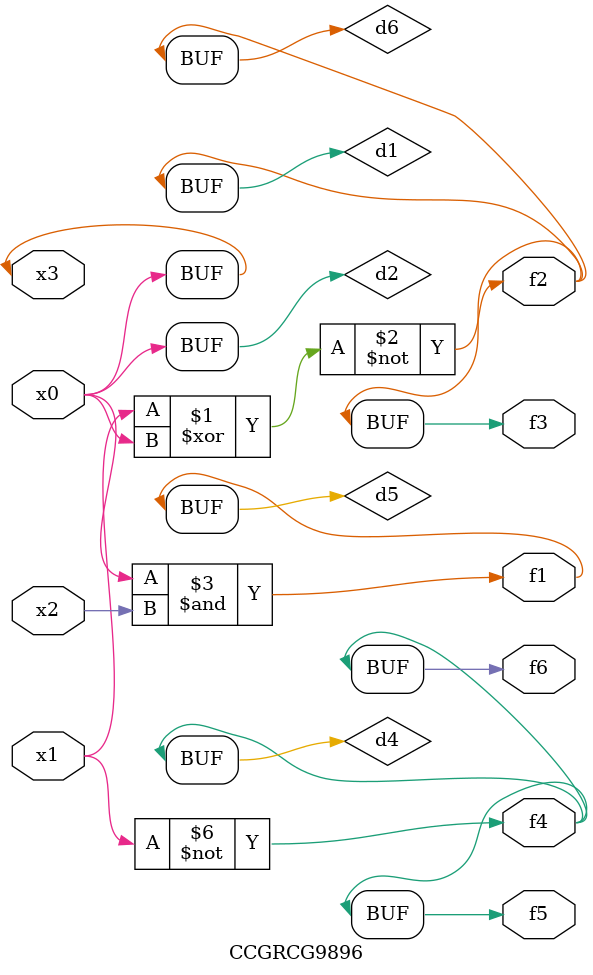
<source format=v>
module CCGRCG9896(
	input x0, x1, x2, x3,
	output f1, f2, f3, f4, f5, f6
);

	wire d1, d2, d3, d4, d5, d6;

	xnor (d1, x1, x3);
	buf (d2, x0, x3);
	nand (d3, x0, x2);
	not (d4, x1);
	nand (d5, d3);
	or (d6, d1);
	assign f1 = d5;
	assign f2 = d6;
	assign f3 = d6;
	assign f4 = d4;
	assign f5 = d4;
	assign f6 = d4;
endmodule

</source>
